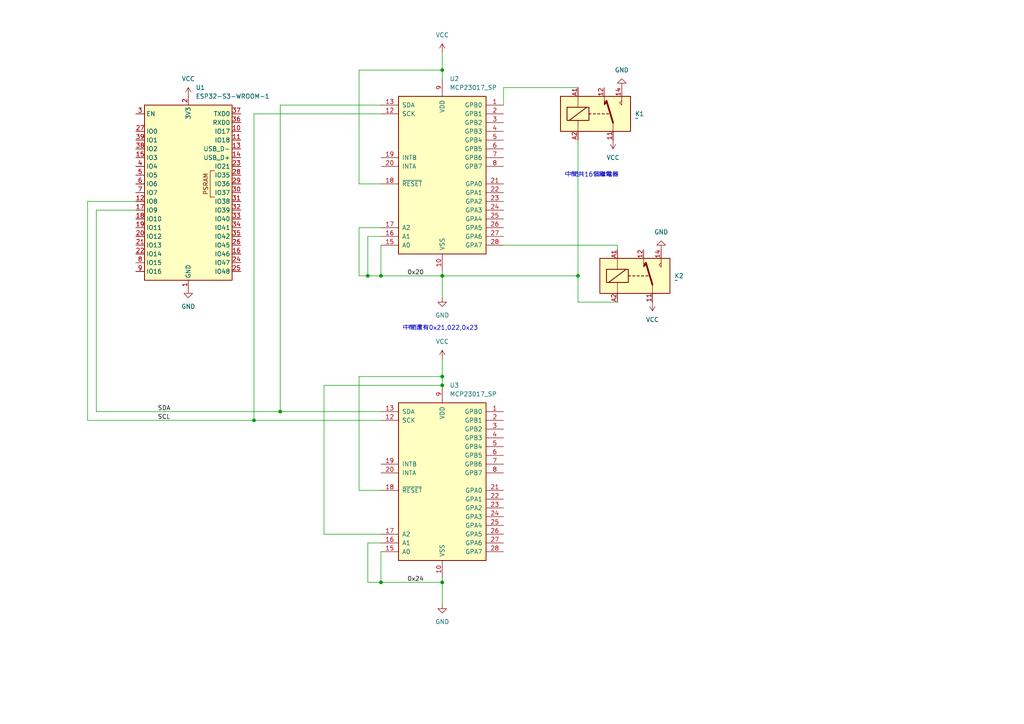
<source format=kicad_sch>
(kicad_sch (version 20250114) (generator "eeschema") (generator_version "9.0")
  (paper "A4")
  (lib_symbols
    (symbol "Interface_Expansion:MCP23017_SP" (pin_names (offset 1.016))
      (property "Reference" "U" (at -11.43 24.13 0))
      (property "Value" "MCP23017_SP" (at 0 0 0))
      (symbol "MCP23017_SP_0_1"
        (rectangle (start -12.7 22.86) (end 12.7 -22.86) (stroke (width 0.254)) (fill (type background)))
      )
      (symbol "MCP23017_SP_1_1"
        (pin bidirectional line (at -17.78 20.32 0) (length 5.08) (name "SDA") (number "13"))
        (pin input line (at -17.78 17.78 0) (length 5.08) (name "SCK") (number "12"))
        (pin tri_state line (at -17.78 5.08 0) (length 5.08) (name "INTB") (number "19"))
        (pin tri_state line (at -17.78 2.54 0) (length 5.08) (name "INTA") (number "20"))
        (pin input line (at -17.78 -2.54 0) (length 5.08) (name "~{RESET}") (number "18"))
        (pin input line (at -17.78 -15.24 0) (length 5.08) (name "A2") (number "17"))
        (pin input line (at -17.78 -17.78 0) (length 5.08) (name "A1") (number "16"))
        (pin input line (at -17.78 -20.32 0) (length 5.08) (name "A0") (number "15"))
        (pin no_connect line (at -12.7 15.24 0) (length 5.08) (hide yes) (name "NC") (number "11"))
        (pin no_connect line (at -12.7 12.7 0) (length 5.08) (hide yes) (name "NC") (number "14"))
        (pin power_in line (at 0 27.94 270) (length 5.08) (name "VDD") (number "9"))
        (pin power_in line (at 0 -27.94 90) (length 5.08) (name "VSS") (number "10"))
        (pin bidirectional line (at 17.78 20.32 180) (length 5.08) (name "GPB0") (number "1"))
        (pin bidirectional line (at 17.78 17.78 180) (length 5.08) (name "GPB1") (number "2"))
        (pin bidirectional line (at 17.78 15.24 180) (length 5.08) (name "GPB2") (number "3"))
        (pin bidirectional line (at 17.78 12.7 180) (length 5.08) (name "GPB3") (number "4"))
        (pin bidirectional line (at 17.78 10.16 180) (length 5.08) (name "GPB4") (number "5"))
        (pin bidirectional line (at 17.78 7.62 180) (length 5.08) (name "GPB5") (number "6"))
        (pin bidirectional line (at 17.78 5.08 180) (length 5.08) (name "GPB6") (number "7"))
        (pin output line (at 17.78 2.54 180) (length 5.08) (name "GPB7") (number "8"))
        (pin bidirectional line (at 17.78 -2.54 180) (length 5.08) (name "GPA0") (number "21"))
        (pin bidirectional line (at 17.78 -5.08 180) (length 5.08) (name "GPA1") (number "22"))
        (pin bidirectional line (at 17.78 -7.62 180) (length 5.08) (name "GPA2") (number "23"))
        (pin bidirectional line (at 17.78 -10.16 180) (length 5.08) (name "GPA3") (number "24"))
        (pin bidirectional line (at 17.78 -12.7 180) (length 5.08) (name "GPA4") (number "25"))
        (pin bidirectional line (at 17.78 -15.24 180) (length 5.08) (name "GPA5") (number "26"))
        (pin bidirectional line (at 17.78 -17.78 180) (length 5.08) (name "GPA6") (number "27"))
        (pin output line (at 17.78 -20.32 180) (length 5.08) (name "GPA7") (number "28"))
      )
    )
    (symbol "RF_Module:ESP32-S3-WROOM-1"
      (property "Reference" "U" (at -12.7 26.67 0))
      (property "Value" "ESP32-S3-WROOM-1" (at 12.7 26.67 0))
      (symbol "ESP32-S3-WROOM-1_0_0"
        (rectangle (start -12.7 25.4) (end 12.7 -25.4) (stroke (width 0.254)) (fill (type background)))
        (text "PSRAM" (at 5.08 2.54 900) (effects (font (size 1.27 1.27))))
      )
      (symbol "ESP32-S3-WROOM-1_0_1"
        (polyline (pts (xy 7.62 -1.27) (xy 6.35 -1.27) (xy 6.35 6.35) (xy 7.62 6.35)))
      )
      (symbol "ESP32-S3-WROOM-1_1_1"
        (pin input line (at -15.24 22.86 0) (length 2.54) (name "EN") (number "3"))
        (pin bidirectional line (at -15.24 17.78 0) (length 2.54) (name "IO0") (number "27"))
        (pin bidirectional line (at -15.24 15.24 0) (length 2.54) (name "IO1") (number "39"))
        (pin bidirectional line (at -15.24 12.7 0) (length 2.54) (name "IO2") (number "38"))
        (pin bidirectional line (at -15.24 10.16 0) (length 2.54) (name "IO3") (number "15"))
        (pin bidirectional line (at -15.24 7.62 0) (length 2.54) (name "IO4") (number "4"))
        (pin bidirectional line (at -15.24 5.08 0) (length 2.54) (name "IO5") (number "5"))
        (pin bidirectional line (at -15.24 2.54 0) (length 2.54) (name "IO6") (number "6"))
        (pin bidirectional line (at -15.24 0 0) (length 2.54) (name "IO7") (number "7"))
        (pin bidirectional line (at -15.24 -2.54 0) (length 2.54) (name "IO8") (number "12"))
        (pin bidirectional line (at -15.24 -5.08 0) (length 2.54) (name "IO9") (number "17"))
        (pin bidirectional line (at -15.24 -7.62 0) (length 2.54) (name "IO10") (number "18"))
        (pin bidirectional line (at -15.24 -10.16 0) (length 2.54) (name "IO11") (number "19"))
        (pin bidirectional line (at -15.24 -12.7 0) (length 2.54) (name "IO12") (number "20"))
        (pin bidirectional line (at -15.24 -15.24 0) (length 2.54) (name "IO13") (number "21"))
        (pin bidirectional line (at -15.24 -17.78 0) (length 2.54) (name "IO14") (number "22"))
        (pin bidirectional line (at -15.24 -20.32 0) (length 2.54) (name "IO15") (number "8"))
        (pin bidirectional line (at -15.24 -22.86 0) (length 2.54) (name "IO16") (number "9"))
        (pin power_in line (at 0 27.94 270) (length 2.54) (name "3V3") (number "2"))
        (pin power_in line (at 0 -27.94 90) (length 2.54) (name "GND") (number "1"))
        (pin passive line (at 0 -27.94 90) (length 2.54) (hide yes) (name "GND") (number "40"))
        (pin passive line (at 0 -27.94 90) (length 2.54) (hide yes) (name "GND") (number "41"))
        (pin bidirectional line (at 15.24 22.86 180) (length 2.54) (name "TXD0") (number "37"))
        (pin bidirectional line (at 15.24 20.32 180) (length 2.54) (name "RXD0") (number "36"))
        (pin bidirectional line (at 15.24 17.78 180) (length 2.54) (name "IO17") (number "10"))
        (pin bidirectional line (at 15.24 15.24 180) (length 2.54) (name "IO18") (number "11"))
        (pin bidirectional line (at 15.24 12.7 180) (length 2.54) (name "USB_D-") (number "13"))
        (pin bidirectional line (at 15.24 10.16 180) (length 2.54) (name "USB_D+") (number "14"))
        (pin bidirectional line (at 15.24 7.62 180) (length 2.54) (name "IO21") (number "23"))
        (pin bidirectional line (at 15.24 5.08 180) (length 2.54) (name "IO35") (number "28"))
        (pin bidirectional line (at 15.24 2.54 180) (length 2.54) (name "IO36") (number "29"))
        (pin bidirectional line (at 15.24 0 180) (length 2.54) (name "IO37") (number "30"))
        (pin bidirectional line (at 15.24 -2.54 180) (length 2.54) (name "IO38") (number "31"))
        (pin bidirectional line (at 15.24 -5.08 180) (length 2.54) (name "IO39") (number "32"))
        (pin bidirectional line (at 15.24 -7.62 180) (length 2.54) (name "IO40") (number "33"))
        (pin bidirectional line (at 15.24 -10.16 180) (length 2.54) (name "IO41") (number "34"))
        (pin bidirectional line (at 15.24 -12.7 180) (length 2.54) (name "IO42") (number "35"))
        (pin bidirectional line (at 15.24 -15.24 180) (length 2.54) (name "IO45") (number "26"))
        (pin bidirectional line (at 15.24 -17.78 180) (length 2.54) (name "IO46") (number "16"))
        (pin bidirectional line (at 15.24 -20.32 180) (length 2.54) (name "IO47") (number "24"))
        (pin bidirectional line (at 15.24 -22.86 180) (length 2.54) (name "IO48") (number "25"))
      )
    )
    (symbol "Relay:Relay_SPDT"
      (property "Reference" "K" (at 11.43 3.81 0))
      (property "Value" "Relay_SPDT" (at 11.43 1.27 0))
      (symbol "Relay_SPDT_0_0"
        (polyline (pts (xy 7.62 5.08) (xy 7.62 2.54) (xy 6.985 3.175) (xy 7.62 3.81)))
      )
      (symbol "Relay_SPDT_0_1"
        (rectangle (start -10.16 5.08) (end 10.16 -5.08) (stroke (width 0.254)) (fill (type background)))
        (rectangle (start -8.255 1.905) (end -1.905 -1.905) (stroke (width 0.254)))
        (polyline (pts (xy -7.62 -1.905) (xy -2.54 1.905)) (stroke (width 0.254)))
        (polyline (pts (xy -5.08 5.08) (xy -5.08 1.905)))
        (polyline (pts (xy -5.08 -5.08) (xy -5.08 -1.905)))
        (polyline (pts (xy -1.905 0) (xy -1.27 0)) (stroke (width 0.254)))
        (polyline (pts (xy -0.635 0) (xy 0 0)) (stroke (width 0.254)))
        (polyline (pts (xy 0.635 0) (xy 1.27 0)) (stroke (width 0.254)))
        (polyline (pts (xy 1.905 0) (xy 2.54 0)) (stroke (width 0.254)))
        (polyline (pts (xy 2.54 5.08) (xy 2.54 2.54) (xy 3.175 3.175) (xy 2.54 3.81)) (fill (type outline)))
        (polyline (pts (xy 3.175 0) (xy 3.81 0)) (stroke (width 0.254)))
        (polyline (pts (xy 5.08 -2.54) (xy 3.175 3.81)) (stroke (width 0.508)))
        (polyline (pts (xy 5.08 -2.54) (xy 5.08 -5.08)))
      )
      (symbol "Relay_SPDT_1_1"
        (pin passive line (at -5.08 7.62 270) (length 2.54) (name "~") (number "A1"))
        (pin passive line (at -5.08 -7.62 90) (length 2.54) (name "~") (number "A2"))
        (pin passive line (at 2.54 7.62 270) (length 2.54) (name "~") (number "12"))
        (pin passive line (at 5.08 -7.62 90) (length 2.54) (name "~") (number "11"))
        (pin passive line (at 7.62 7.62 270) (length 2.54) (name "~") (number "14"))
      )
    )
    (symbol "power:GND" (power) (pin_numbers (hide yes)) (pin_names (offset 0) (hide yes))
      (property "Value" "GND" (at 0 -3.81 0))
      (symbol "GND_0_1"
        (polyline (pts (xy 0 0) (xy 0 -1.27) (xy 1.27 -1.27) (xy 0 -2.54) (xy -1.27 -1.27) (xy 0 -1.27)))
      )
      (symbol "GND_1_1"
        (pin power_in line (at 0 0 270) (length 0) (name "~") (number "1"))
      )
    )
    (symbol "power:VCC" (power) (pin_numbers (hide yes)) (pin_names (offset 0) (hide yes))
      (property "Value" "VCC" (at 0 3.556 0))
      (symbol "VCC_0_1"
        (polyline (pts (xy -0.762 1.27) (xy 0 2.54)))
        (polyline (pts (xy 0 2.54) (xy 0.762 1.27)))
        (polyline (pts (xy 0 0) (xy 0 2.54)))
      )
      (symbol "VCC_1_1"
        (pin power_in line (at 0 0 90) (length 0) (name "~") (number "1"))
      )
    )
  )
  (text "中間共16個繼電器" (at 171.704 50.8 0) (effects (font (size 1.27 1.27))))
  (text "中間還有0x21,022,0x23" (at 127.762 95.25 0) (effects (font (size 1.27 1.27))))
  (junction (at 128.27 20.32))
  (junction (at 128.27 168.91))
  (junction (at 106.68 80.01))
  (junction (at 128.27 80.01))
  (junction (at 110.49 80.01))
  (junction (at 167.64 80.01))
  (junction (at 128.27 111.76))
  (junction (at 73.66 121.92))
  (junction (at 110.49 168.91))
  (junction (at 81.28 119.38))
  (junction (at 128.27 109.22))
  (wire (pts (xy 27.94 60.96) (xy 27.94 119.38)))
  (wire (pts (xy 146.05 71.12) (xy 179.07 71.12)))
  (wire (pts (xy 25.4 121.92) (xy 73.66 121.92)))
  (wire (pts (xy 110.49 68.58) (xy 106.68 68.58)))
  (wire (pts (xy 106.68 157.48) (xy 106.68 168.91)))
  (wire (pts (xy 128.27 109.22) (xy 128.27 111.76)))
  (wire (pts (xy 73.66 121.92) (xy 110.49 121.92)))
  (wire (pts (xy 110.49 157.48) (xy 106.68 157.48)))
  (wire (pts (xy 39.37 60.96) (xy 27.94 60.96)))
  (wire (pts (xy 146.05 25.4) (xy 146.05 30.48)))
  (wire (pts (xy 73.66 33.02) (xy 110.49 33.02)))
  (wire (pts (xy 179.07 71.12) (xy 179.07 72.39)))
  (wire (pts (xy 106.68 168.91) (xy 110.49 168.91)))
  (wire (pts (xy 104.14 66.04) (xy 104.14 80.01)))
  (wire (pts (xy 106.68 68.58) (xy 106.68 80.01)))
  (wire (pts (xy 93.98 111.76) (xy 128.27 111.76)))
  (wire (pts (xy 128.27 109.22) (xy 104.14 109.22)))
  (wire (pts (xy 27.94 119.38) (xy 81.28 119.38)))
  (wire (pts (xy 179.07 87.63) (xy 167.64 87.63)))
  (wire (pts (xy 25.4 58.42) (xy 25.4 121.92)))
  (wire (pts (xy 73.66 33.02) (xy 73.66 121.92)))
  (wire (pts (xy 128.27 20.32) (xy 128.27 22.86)))
  (wire (pts (xy 81.28 30.48) (xy 110.49 30.48)))
  (wire (pts (xy 106.68 80.01) (xy 110.49 80.01)))
  (wire (pts (xy 81.28 30.48) (xy 81.28 119.38)))
  (wire (pts (xy 110.49 66.04) (xy 104.14 66.04)))
  (wire (pts (xy 110.49 160.02) (xy 110.49 168.91)))
  (wire (pts (xy 93.98 154.94) (xy 110.49 154.94)))
  (wire (pts (xy 104.14 20.32) (xy 104.14 53.34)))
  (wire (pts (xy 128.27 175.26) (xy 128.27 168.91)))
  (wire (pts (xy 167.64 80.01) (xy 128.27 80.01)))
  (wire (pts (xy 128.27 168.91) (xy 128.27 167.64)))
  (wire (pts (xy 128.27 80.01) (xy 128.27 78.74)))
  (wire (pts (xy 104.14 53.34) (xy 110.49 53.34)))
  (wire (pts (xy 104.14 109.22) (xy 104.14 142.24)))
  (wire (pts (xy 128.27 104.14) (xy 128.27 109.22)))
  (wire (pts (xy 81.28 119.38) (xy 110.49 119.38)))
  (wire (pts (xy 167.64 87.63) (xy 167.64 80.01)))
  (wire (pts (xy 167.64 25.4) (xy 146.05 25.4)))
  (wire (pts (xy 39.37 58.42) (xy 25.4 58.42)))
  (wire (pts (xy 93.98 154.94) (xy 93.98 111.76)))
  (wire (pts (xy 110.49 168.91) (xy 128.27 168.91)))
  (wire (pts (xy 128.27 20.32) (xy 104.14 20.32)))
  (wire (pts (xy 110.49 80.01) (xy 128.27 80.01)))
  (wire (pts (xy 104.14 80.01) (xy 106.68 80.01)))
  (wire (pts (xy 128.27 86.36) (xy 128.27 80.01)))
  (wire (pts (xy 104.14 142.24) (xy 110.49 142.24)))
  (wire (pts (xy 167.64 40.64) (xy 167.64 80.01)))
  (wire (pts (xy 128.27 15.24) (xy 128.27 20.32)))
  (wire (pts (xy 110.49 71.12) (xy 110.49 80.01)))
  (label "SDA" (at 45.72 119.38 0))
  (label "SCL" (at 45.72 121.92 0))
  (label "0x24" (at 118.11 168.91 0))
  (label "0x20" (at 118.11 80.01 0))
  (symbol (lib_id "power:VCC") (at 54.61 27.94 0) (unit 1)
    (property "Reference" "#PWR01" (effects (hide yes)))
    (property "Value" "VCC" (at 54.61 22.86 0))
    (property "Description" "Power symbol creates a global label with name \"VCC\"" (effects (hide yes)))
  )
  (symbol (lib_id "RF_Module:ESP32-S3-WROOM-1") (at 54.61 55.88 0) (unit 1)
    (property "Reference" "U1" (at 56.7533 25.4 0) (effects (justify left)))
    (property "Value" "ESP32-S3-WROOM-1" (at 56.7533 27.94 0) (effects (justify left)))
    (property "Footprint" "RF_Module:ESP32-S3-WROOM-1" (effects (hide yes)))
    (property "Datasheet" "https://www.espressif.com/sites/default/files/documentation/esp32-s3-wroom-1_wroom-1u_datasheet_en.pdf" (effects (hide yes)))
    (property "Description" "RF Module, ESP32-S3 SoC, Wi-Fi 802.11b/g/n, Bluetooth, BLE, 32-bit, 3.3V, onboard antenna, SMD" (effects (hide yes)))
  )
  (symbol (lib_id "power:GND") (at 180.34 25.4 180) (unit 1)
    (property "Reference" "#PWR08" (effects (hide yes)))
    (property "Value" "GND" (at 180.34 20.32 0))
    (property "Description" "Power symbol creates a global label with name \"GND\" , ground" (effects (hide yes)))
  )
  (symbol (lib_id "power:GND") (at 128.27 86.36 0) (unit 1)
    (property "Reference" "#PWR03" (effects (hide yes)))
    (property "Value" "GND" (at 128.27 91.44 0))
    (property "Description" "Power symbol creates a global label with name \"GND\" , ground" (effects (hide yes)))
  )
  (symbol (lib_id "Interface_Expansion:MCP23017_SP") (at 128.27 139.7 0) (unit 1)
    (property "Reference" "U3" (at 130.4133 111.76 0) (effects (justify left)))
    (property "Value" "MCP23017_SP" (at 130.4133 114.3 0) (effects (justify left)))
    (property "Footprint" "Package_DIP:DIP-28_W7.62mm" (effects (hide yes)))
    (property "Datasheet" "https://ww1.microchip.com/downloads/aemDocuments/documents/APID/ProductDocuments/DataSheets/MCP23017-Data-Sheet-DS20001952.pdf" (effects (hide yes)))
    (property "Description" "16-bit I/O expander, I2C, interrupts, w pull-ups, SPDIP-28" (effects (hide yes)))
  )
  (symbol (lib_id "power:GND") (at 54.61 83.82 0) (unit 1)
    (property "Reference" "#PWR02" (effects (hide yes)))
    (property "Value" "GND" (at 54.61 88.9 0))
    (property "Description" "Power symbol creates a global label with name \"GND\" , ground" (effects (hide yes)))
  )
  (symbol (lib_id "power:VCC") (at 128.27 15.24 0) (unit 1)
    (property "Reference" "#PWR04" (effects (hide yes)))
    (property "Value" "VCC" (at 128.27 10.16 0))
    (property "Description" "Power symbol creates a global label with name \"VCC\"" (effects (hide yes)))
  )
  (symbol (lib_id "Relay:Relay_SPDT") (at 172.72 33.02 0) (unit 1)
    (property "Reference" "K1" (at 184.15 33.0199 0) (effects (justify left)))
    (property "Value" "~" (at 184.15 34.2899 0) (effects (justify left)))
    (property "Description" "Relay SPDT, monostable, EN50005" (effects (hide yes)))
  )
  (symbol (lib_id "power:VCC") (at 177.8 40.64 180) (unit 1)
    (property "Reference" "#PWR07" (effects (hide yes)))
    (property "Value" "VCC" (at 177.8 45.72 0))
    (property "Description" "Power symbol creates a global label with name \"VCC\"" (effects (hide yes)))
  )
  (symbol (lib_id "Interface_Expansion:MCP23017_SP") (at 128.27 50.8 0) (unit 1)
    (property "Reference" "U2" (at 130.4133 22.86 0) (effects (justify left)))
    (property "Value" "MCP23017_SP" (at 130.4133 25.4 0) (effects (justify left)))
    (property "Footprint" "Package_DIP:DIP-28_W7.62mm" (effects (hide yes)))
    (property "Datasheet" "https://ww1.microchip.com/downloads/aemDocuments/documents/APID/ProductDocuments/DataSheets/MCP23017-Data-Sheet-DS20001952.pdf" (effects (hide yes)))
    (property "Description" "16-bit I/O expander, I2C, interrupts, w pull-ups, SPDIP-28" (effects (hide yes)))
  )
  (symbol (lib_id "power:GND") (at 128.27 175.26 0) (unit 1)
    (property "Reference" "#PWR06" (effects (hide yes)))
    (property "Value" "GND" (at 128.27 180.34 0))
    (property "Description" "Power symbol creates a global label with name \"GND\" , ground" (effects (hide yes)))
  )
  (symbol (lib_id "power:GND") (at 191.77 72.39 180) (unit 1)
    (property "Reference" "#PWR010" (effects (hide yes)))
    (property "Value" "GND" (at 191.77 67.31 0))
    (property "Description" "Power symbol creates a global label with name \"GND\" , ground" (effects (hide yes)))
  )
  (symbol (lib_id "power:VCC") (at 128.27 104.14 0) (unit 1)
    (property "Reference" "#PWR05" (effects (hide yes)))
    (property "Value" "VCC" (at 128.27 99.06 0))
    (property "Description" "Power symbol creates a global label with name \"VCC\"" (effects (hide yes)))
  )
  (symbol (lib_id "Relay:Relay_SPDT") (at 184.15 80.01 0) (unit 1)
    (property "Reference" "K2" (at 195.58 80.0099 0) (effects (justify left)))
    (property "Value" "~" (at 195.58 81.2799 0) (effects (justify left)))
    (property "Description" "Relay SPDT, monostable, EN50005" (effects (hide yes)))
  )
  (symbol (lib_id "power:VCC") (at 189.23 87.63 180) (unit 1)
    (property "Reference" "#PWR09" (effects (hide yes)))
    (property "Value" "VCC" (at 189.23 92.71 0))
    (property "Description" "Power symbol creates a global label with name \"VCC\"" (effects (hide yes)))
  )
)
</source>
